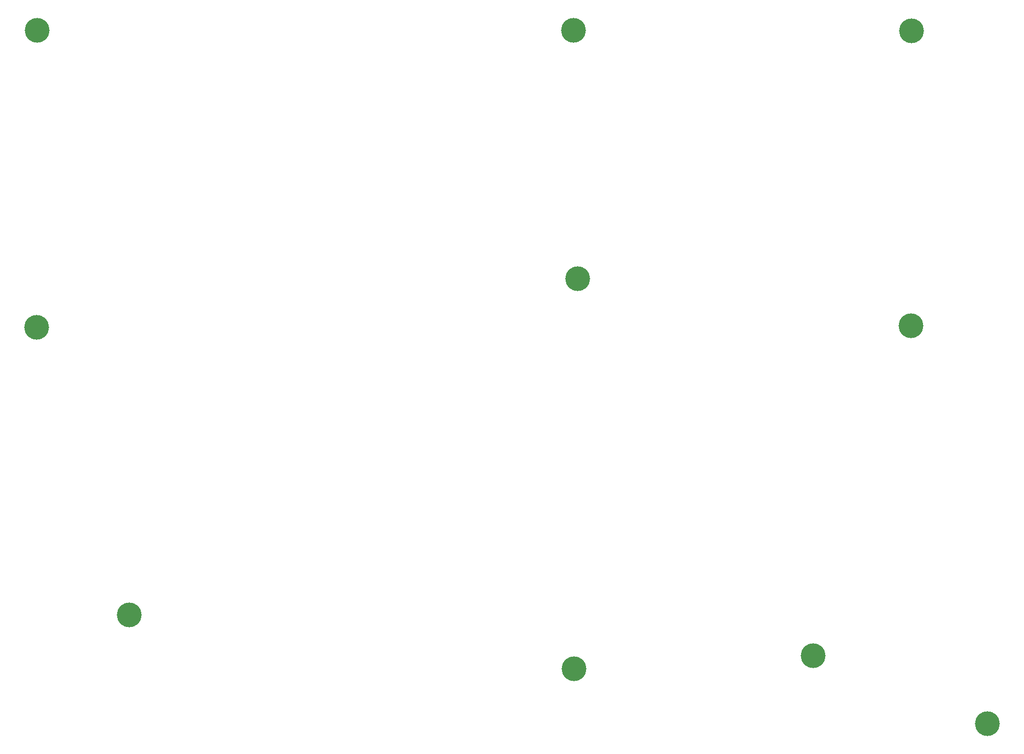
<source format=gbr>
G04 #@! TF.GenerationSoftware,KiCad,Pcbnew,(5.0.2)-1*
G04 #@! TF.CreationDate,2020-01-03T19:41:07+05:30*
G04 #@! TF.ProjectId,ergocape,6572676f-6361-4706-952e-6b696361645f,rev?*
G04 #@! TF.SameCoordinates,Original*
G04 #@! TF.FileFunction,Copper,L2,Bot*
G04 #@! TF.FilePolarity,Positive*
%FSLAX46Y46*%
G04 Gerber Fmt 4.6, Leading zero omitted, Abs format (unit mm)*
G04 Created by KiCad (PCBNEW (5.0.2)-1) date 1/3/2020 7:41:07 PM*
%MOMM*%
%LPD*%
G01*
G04 APERTURE LIST*
G04 #@! TA.AperFunction,ComponentPad*
%ADD10C,4.000000*%
G04 #@! TD*
G04 APERTURE END LIST*
D10*
G04 #@! TO.P,H1,*
G04 #@! TO.N,*
X167195500Y-20510500D03*
G04 #@! TD*
G04 #@! TO.P,H2,*
G04 #@! TO.N,*
X112585500Y-123825000D03*
G04 #@! TD*
G04 #@! TO.P,H3,*
G04 #@! TO.N,*
X40640000Y-115125500D03*
G04 #@! TD*
G04 #@! TO.P,H5,*
G04 #@! TO.N,*
X113220500Y-60642500D03*
G04 #@! TD*
G04 #@! TO.P,H6,*
G04 #@! TO.N,*
X167132000Y-68262500D03*
G04 #@! TD*
G04 #@! TO.P,H8,*
G04 #@! TO.N,*
X179451000Y-132715000D03*
G04 #@! TD*
G04 #@! TO.P,H9,*
G04 #@! TO.N,*
X112522000Y-20447000D03*
G04 #@! TD*
G04 #@! TO.P,H10,*
G04 #@! TO.N,*
X25654000Y-68516500D03*
G04 #@! TD*
G04 #@! TO.P,H11,*
G04 #@! TO.N,*
X25717500Y-20447000D03*
G04 #@! TD*
G04 #@! TO.P,H12,*
G04 #@! TO.N,*
X151320500Y-121666000D03*
G04 #@! TD*
M02*

</source>
